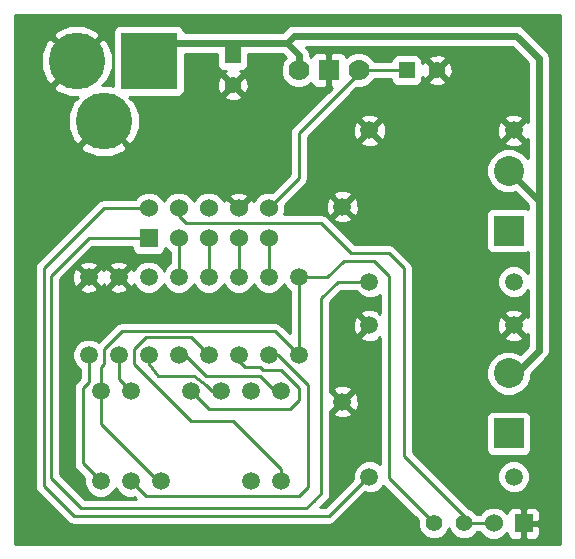
<source format=gbl>
G04 (created by PCBNEW (2013-may-18)-stable) date jeu 02 jun 2016 15:56:37 CEST*
%MOIN*%
G04 Gerber Fmt 3.4, Leading zero omitted, Abs format*
%FSLAX34Y34*%
G01*
G70*
G90*
G04 APERTURE LIST*
%ADD10C,0.00590551*%
%ADD11C,0.0590551*%
%ADD12C,0.055*%
%ADD13R,0.06X0.06*%
%ADD14C,0.06*%
%ADD15C,0.07*%
%ADD16R,0.07X0.07*%
%ADD17C,0.189*%
%ADD18R,0.189X0.189*%
%ADD19R,0.055X0.055*%
%ADD20R,0.1X0.1*%
%ADD21C,0.1*%
%ADD22C,0.023622*%
%ADD23C,0.01*%
G04 APERTURE END LIST*
G54D10*
G54D11*
X25952Y-17448D03*
X31661Y-19948D03*
X26858Y-19948D03*
X26858Y-14909D03*
X31661Y-14909D03*
X25952Y-23948D03*
X31661Y-26448D03*
X26858Y-26448D03*
X26858Y-21409D03*
X31661Y-21409D03*
X22900Y-26600D03*
X23900Y-26600D03*
X19900Y-26600D03*
X18900Y-26600D03*
X17900Y-26600D03*
X17900Y-23600D03*
X18900Y-23600D03*
X20900Y-23600D03*
X21900Y-23600D03*
X22900Y-23600D03*
X23900Y-23600D03*
G54D12*
X29000Y-28000D03*
X30000Y-28000D03*
G54D13*
X19500Y-18500D03*
G54D14*
X19500Y-17500D03*
X20500Y-18500D03*
X20500Y-17500D03*
X21500Y-18500D03*
X21500Y-17500D03*
X22500Y-18500D03*
X22500Y-17500D03*
X23500Y-18500D03*
X23500Y-17500D03*
G54D13*
X32000Y-28000D03*
G54D14*
X31000Y-28000D03*
G54D15*
X24500Y-12900D03*
G54D16*
X25500Y-12900D03*
G54D15*
X26500Y-12900D03*
G54D17*
X17100Y-12600D03*
G54D18*
X19500Y-12600D03*
G54D17*
X18000Y-14600D03*
G54D19*
X22300Y-12400D03*
G54D12*
X22300Y-13400D03*
G54D19*
X28100Y-12900D03*
G54D12*
X29100Y-12900D03*
G54D20*
X31500Y-18250D03*
G54D21*
X31500Y-16250D03*
G54D20*
X31500Y-25000D03*
G54D21*
X31500Y-23000D03*
G54D11*
X24500Y-19800D03*
X23500Y-19800D03*
X22500Y-19800D03*
X21500Y-19800D03*
X20500Y-19800D03*
X18500Y-19800D03*
X17500Y-19800D03*
X17500Y-22400D03*
X18500Y-22400D03*
X19500Y-22400D03*
X20500Y-22400D03*
X21500Y-22400D03*
X22500Y-22400D03*
X23500Y-22400D03*
X24500Y-22400D03*
X19500Y-19800D03*
G54D22*
X32500Y-13750D02*
X32500Y-12500D01*
X32500Y-17250D02*
X32500Y-13750D01*
X24350Y-11750D02*
X24100Y-12000D01*
X31750Y-11750D02*
X24350Y-11750D01*
X32500Y-12500D02*
X31750Y-11750D01*
X31500Y-23000D02*
X31750Y-23000D01*
X32500Y-17250D02*
X31500Y-16250D01*
X32500Y-22250D02*
X32500Y-17250D01*
X31750Y-23000D02*
X32500Y-22250D01*
X24500Y-12900D02*
X24500Y-12400D01*
X24500Y-12400D02*
X24100Y-12000D01*
X22300Y-12400D02*
X22300Y-12000D01*
X22300Y-12000D02*
X24100Y-12000D01*
X22300Y-12000D02*
X20100Y-12000D01*
X20100Y-12000D02*
X19500Y-12600D01*
G54D23*
X26500Y-12900D02*
X26500Y-13000D01*
X26500Y-13000D02*
X24500Y-15000D01*
X24500Y-15000D02*
X24500Y-16500D01*
X24500Y-16500D02*
X23500Y-17500D01*
X24500Y-22400D02*
X24500Y-19800D01*
X27500Y-26500D02*
X29000Y-28000D01*
X24500Y-19800D02*
X25450Y-19800D01*
X25450Y-19800D02*
X26000Y-19250D01*
X26000Y-19250D02*
X27000Y-19250D01*
X27000Y-19250D02*
X27500Y-19750D01*
X27500Y-19750D02*
X27500Y-26500D01*
X26500Y-12900D02*
X28100Y-12900D01*
X17900Y-23600D02*
X17900Y-24700D01*
X19800Y-26600D02*
X19900Y-26600D01*
X17900Y-24700D02*
X19800Y-26600D01*
X17900Y-23600D02*
X17900Y-22800D01*
X17900Y-22800D02*
X18000Y-22700D01*
X18000Y-22700D02*
X18000Y-22200D01*
X18000Y-22200D02*
X18600Y-21600D01*
X18600Y-21600D02*
X23700Y-21600D01*
X23700Y-21600D02*
X24500Y-22400D01*
X20500Y-19800D02*
X20500Y-18500D01*
X22500Y-18500D02*
X22500Y-19800D01*
X23500Y-19800D02*
X23500Y-18500D01*
X21500Y-19800D02*
X21500Y-18500D01*
X19500Y-18500D02*
X17500Y-18500D01*
X25801Y-19948D02*
X26858Y-19948D01*
X25250Y-20500D02*
X25801Y-19948D01*
X25250Y-27000D02*
X25250Y-20500D01*
X25000Y-27250D02*
X25250Y-27000D01*
X24750Y-27500D02*
X25000Y-27250D01*
X17250Y-27500D02*
X24750Y-27500D01*
X16250Y-26500D02*
X17250Y-27500D01*
X16250Y-19750D02*
X16250Y-26500D01*
X17500Y-18500D02*
X16250Y-19750D01*
X18000Y-17500D02*
X19500Y-17500D01*
X16000Y-19500D02*
X18000Y-17500D01*
X16000Y-26750D02*
X16000Y-19500D01*
X17000Y-27750D02*
X16000Y-26750D01*
X25500Y-27750D02*
X17000Y-27750D01*
X26801Y-26448D02*
X25500Y-27750D01*
X26858Y-26448D02*
X26801Y-26448D01*
X22500Y-22400D02*
X22500Y-22600D01*
X21500Y-24200D02*
X20900Y-23600D01*
X24200Y-24200D02*
X21500Y-24200D01*
X24500Y-23900D02*
X24200Y-24200D01*
X24500Y-23500D02*
X24500Y-23900D01*
X23900Y-22900D02*
X24500Y-23500D01*
X23300Y-22900D02*
X23900Y-22900D01*
X23200Y-22800D02*
X23300Y-22900D01*
X22700Y-22800D02*
X23200Y-22800D01*
X22500Y-22600D02*
X22700Y-22800D01*
X23500Y-22400D02*
X23800Y-22400D01*
X19400Y-27100D02*
X18900Y-26600D01*
X24500Y-27100D02*
X19400Y-27100D01*
X24800Y-26800D02*
X24500Y-27100D01*
X24800Y-23400D02*
X24800Y-26800D01*
X24700Y-23300D02*
X24800Y-23400D01*
X23800Y-22400D02*
X24700Y-23300D01*
X23900Y-26600D02*
X23900Y-26200D01*
X20900Y-21800D02*
X21500Y-22400D01*
X19400Y-21800D02*
X20900Y-21800D01*
X19000Y-22200D02*
X19400Y-21800D01*
X19000Y-22700D02*
X19000Y-22200D01*
X20900Y-24600D02*
X19000Y-22700D01*
X22300Y-24600D02*
X20900Y-24600D01*
X23900Y-26200D02*
X22300Y-24600D01*
X20700Y-22400D02*
X20500Y-22400D01*
X21400Y-23100D02*
X20700Y-22400D01*
X23200Y-23100D02*
X21400Y-23100D01*
X23700Y-23600D02*
X23200Y-23100D01*
X23900Y-23600D02*
X23700Y-23600D01*
X21900Y-23600D02*
X21600Y-23600D01*
X19500Y-22700D02*
X19500Y-22400D01*
X19800Y-23100D02*
X19500Y-22700D01*
X21000Y-23100D02*
X19800Y-23100D01*
X21400Y-23400D02*
X21000Y-23100D01*
X21500Y-23500D02*
X21400Y-23400D01*
X21600Y-23600D02*
X21500Y-23500D01*
X18500Y-22400D02*
X18500Y-23200D01*
X18500Y-23200D02*
X18900Y-23600D01*
X17500Y-22400D02*
X17500Y-23300D01*
X17300Y-26000D02*
X17900Y-26600D01*
X17300Y-23500D02*
X17300Y-26000D01*
X17500Y-23300D02*
X17300Y-23500D01*
X20500Y-17500D02*
X20500Y-17750D01*
X30000Y-27750D02*
X30000Y-28000D01*
X28000Y-25750D02*
X30000Y-27750D01*
X28000Y-19500D02*
X28000Y-25750D01*
X27500Y-19000D02*
X28000Y-19500D01*
X26250Y-19000D02*
X27500Y-19000D01*
X25250Y-18000D02*
X26250Y-19000D01*
X20750Y-18000D02*
X25250Y-18000D01*
X20500Y-17750D02*
X20750Y-18000D01*
X31000Y-28000D02*
X30000Y-28000D01*
G54D10*
G36*
X24200Y-21675D02*
X23912Y-21387D01*
X23814Y-21322D01*
X23700Y-21300D01*
X18811Y-21300D01*
X18811Y-20182D01*
X18500Y-19870D01*
X18429Y-19941D01*
X18429Y-19800D01*
X18117Y-19488D01*
X18022Y-19514D01*
X18001Y-19573D01*
X17977Y-19514D01*
X17882Y-19488D01*
X17811Y-19558D01*
X17811Y-19417D01*
X17785Y-19322D01*
X17580Y-19249D01*
X17363Y-19260D01*
X17214Y-19322D01*
X17188Y-19417D01*
X17500Y-19729D01*
X17811Y-19417D01*
X17811Y-19558D01*
X17570Y-19800D01*
X17882Y-20111D01*
X17977Y-20085D01*
X17998Y-20026D01*
X18022Y-20085D01*
X18117Y-20111D01*
X18429Y-19800D01*
X18429Y-19941D01*
X18188Y-20182D01*
X18214Y-20277D01*
X18419Y-20350D01*
X18636Y-20339D01*
X18785Y-20277D01*
X18811Y-20182D01*
X18811Y-21300D01*
X18600Y-21300D01*
X18485Y-21322D01*
X18387Y-21387D01*
X17823Y-21952D01*
X17811Y-21940D01*
X17811Y-20182D01*
X17500Y-19870D01*
X17429Y-19941D01*
X17429Y-19800D01*
X17117Y-19488D01*
X17022Y-19514D01*
X16949Y-19719D01*
X16960Y-19936D01*
X17022Y-20085D01*
X17117Y-20111D01*
X17429Y-19800D01*
X17429Y-19941D01*
X17188Y-20182D01*
X17214Y-20277D01*
X17419Y-20350D01*
X17636Y-20339D01*
X17785Y-20277D01*
X17811Y-20182D01*
X17811Y-21940D01*
X17809Y-21938D01*
X17608Y-21854D01*
X17392Y-21854D01*
X17191Y-21937D01*
X17038Y-22090D01*
X16954Y-22291D01*
X16954Y-22507D01*
X17037Y-22708D01*
X17190Y-22861D01*
X17200Y-22865D01*
X17200Y-23175D01*
X17087Y-23287D01*
X17022Y-23385D01*
X17000Y-23500D01*
X17000Y-26000D01*
X17022Y-26114D01*
X17087Y-26212D01*
X17358Y-26482D01*
X17354Y-26491D01*
X17354Y-26707D01*
X17437Y-26908D01*
X17590Y-27061D01*
X17791Y-27145D01*
X18007Y-27145D01*
X18208Y-27062D01*
X18361Y-26909D01*
X18399Y-26817D01*
X18437Y-26908D01*
X18590Y-27061D01*
X18791Y-27145D01*
X19007Y-27145D01*
X19017Y-27141D01*
X19075Y-27200D01*
X17374Y-27200D01*
X16550Y-26375D01*
X16550Y-19874D01*
X17624Y-18800D01*
X18949Y-18800D01*
X18949Y-18849D01*
X18987Y-18941D01*
X19058Y-19011D01*
X19150Y-19049D01*
X19249Y-19050D01*
X19849Y-19050D01*
X19941Y-19012D01*
X20011Y-18941D01*
X20049Y-18849D01*
X20049Y-18827D01*
X20188Y-18965D01*
X20200Y-18970D01*
X20200Y-19333D01*
X20191Y-19337D01*
X20038Y-19490D01*
X20000Y-19582D01*
X19962Y-19491D01*
X19809Y-19338D01*
X19608Y-19254D01*
X19392Y-19254D01*
X19191Y-19337D01*
X19038Y-19490D01*
X19002Y-19575D01*
X18977Y-19514D01*
X18882Y-19488D01*
X18811Y-19558D01*
X18811Y-19417D01*
X18785Y-19322D01*
X18580Y-19249D01*
X18363Y-19260D01*
X18214Y-19322D01*
X18188Y-19417D01*
X18500Y-19729D01*
X18811Y-19417D01*
X18811Y-19558D01*
X18570Y-19800D01*
X18882Y-20111D01*
X18977Y-20085D01*
X19000Y-20019D01*
X19037Y-20108D01*
X19190Y-20261D01*
X19391Y-20345D01*
X19607Y-20345D01*
X19808Y-20262D01*
X19961Y-20109D01*
X19999Y-20017D01*
X20037Y-20108D01*
X20190Y-20261D01*
X20391Y-20345D01*
X20607Y-20345D01*
X20808Y-20262D01*
X20961Y-20109D01*
X20999Y-20017D01*
X21037Y-20108D01*
X21190Y-20261D01*
X21391Y-20345D01*
X21607Y-20345D01*
X21808Y-20262D01*
X21961Y-20109D01*
X21999Y-20017D01*
X22037Y-20108D01*
X22190Y-20261D01*
X22391Y-20345D01*
X22607Y-20345D01*
X22808Y-20262D01*
X22961Y-20109D01*
X22999Y-20017D01*
X23037Y-20108D01*
X23190Y-20261D01*
X23391Y-20345D01*
X23607Y-20345D01*
X23808Y-20262D01*
X23961Y-20109D01*
X23999Y-20017D01*
X24037Y-20108D01*
X24190Y-20261D01*
X24200Y-20265D01*
X24200Y-21675D01*
X24200Y-21675D01*
G37*
G54D23*
X24200Y-21675D02*
X23912Y-21387D01*
X23814Y-21322D01*
X23700Y-21300D01*
X18811Y-21300D01*
X18811Y-20182D01*
X18500Y-19870D01*
X18429Y-19941D01*
X18429Y-19800D01*
X18117Y-19488D01*
X18022Y-19514D01*
X18001Y-19573D01*
X17977Y-19514D01*
X17882Y-19488D01*
X17811Y-19558D01*
X17811Y-19417D01*
X17785Y-19322D01*
X17580Y-19249D01*
X17363Y-19260D01*
X17214Y-19322D01*
X17188Y-19417D01*
X17500Y-19729D01*
X17811Y-19417D01*
X17811Y-19558D01*
X17570Y-19800D01*
X17882Y-20111D01*
X17977Y-20085D01*
X17998Y-20026D01*
X18022Y-20085D01*
X18117Y-20111D01*
X18429Y-19800D01*
X18429Y-19941D01*
X18188Y-20182D01*
X18214Y-20277D01*
X18419Y-20350D01*
X18636Y-20339D01*
X18785Y-20277D01*
X18811Y-20182D01*
X18811Y-21300D01*
X18600Y-21300D01*
X18485Y-21322D01*
X18387Y-21387D01*
X17823Y-21952D01*
X17811Y-21940D01*
X17811Y-20182D01*
X17500Y-19870D01*
X17429Y-19941D01*
X17429Y-19800D01*
X17117Y-19488D01*
X17022Y-19514D01*
X16949Y-19719D01*
X16960Y-19936D01*
X17022Y-20085D01*
X17117Y-20111D01*
X17429Y-19800D01*
X17429Y-19941D01*
X17188Y-20182D01*
X17214Y-20277D01*
X17419Y-20350D01*
X17636Y-20339D01*
X17785Y-20277D01*
X17811Y-20182D01*
X17811Y-21940D01*
X17809Y-21938D01*
X17608Y-21854D01*
X17392Y-21854D01*
X17191Y-21937D01*
X17038Y-22090D01*
X16954Y-22291D01*
X16954Y-22507D01*
X17037Y-22708D01*
X17190Y-22861D01*
X17200Y-22865D01*
X17200Y-23175D01*
X17087Y-23287D01*
X17022Y-23385D01*
X17000Y-23500D01*
X17000Y-26000D01*
X17022Y-26114D01*
X17087Y-26212D01*
X17358Y-26482D01*
X17354Y-26491D01*
X17354Y-26707D01*
X17437Y-26908D01*
X17590Y-27061D01*
X17791Y-27145D01*
X18007Y-27145D01*
X18208Y-27062D01*
X18361Y-26909D01*
X18399Y-26817D01*
X18437Y-26908D01*
X18590Y-27061D01*
X18791Y-27145D01*
X19007Y-27145D01*
X19017Y-27141D01*
X19075Y-27200D01*
X17374Y-27200D01*
X16550Y-26375D01*
X16550Y-19874D01*
X17624Y-18800D01*
X18949Y-18800D01*
X18949Y-18849D01*
X18987Y-18941D01*
X19058Y-19011D01*
X19150Y-19049D01*
X19249Y-19050D01*
X19849Y-19050D01*
X19941Y-19012D01*
X20011Y-18941D01*
X20049Y-18849D01*
X20049Y-18827D01*
X20188Y-18965D01*
X20200Y-18970D01*
X20200Y-19333D01*
X20191Y-19337D01*
X20038Y-19490D01*
X20000Y-19582D01*
X19962Y-19491D01*
X19809Y-19338D01*
X19608Y-19254D01*
X19392Y-19254D01*
X19191Y-19337D01*
X19038Y-19490D01*
X19002Y-19575D01*
X18977Y-19514D01*
X18882Y-19488D01*
X18811Y-19558D01*
X18811Y-19417D01*
X18785Y-19322D01*
X18580Y-19249D01*
X18363Y-19260D01*
X18214Y-19322D01*
X18188Y-19417D01*
X18500Y-19729D01*
X18811Y-19417D01*
X18811Y-19558D01*
X18570Y-19800D01*
X18882Y-20111D01*
X18977Y-20085D01*
X19000Y-20019D01*
X19037Y-20108D01*
X19190Y-20261D01*
X19391Y-20345D01*
X19607Y-20345D01*
X19808Y-20262D01*
X19961Y-20109D01*
X19999Y-20017D01*
X20037Y-20108D01*
X20190Y-20261D01*
X20391Y-20345D01*
X20607Y-20345D01*
X20808Y-20262D01*
X20961Y-20109D01*
X20999Y-20017D01*
X21037Y-20108D01*
X21190Y-20261D01*
X21391Y-20345D01*
X21607Y-20345D01*
X21808Y-20262D01*
X21961Y-20109D01*
X21999Y-20017D01*
X22037Y-20108D01*
X22190Y-20261D01*
X22391Y-20345D01*
X22607Y-20345D01*
X22808Y-20262D01*
X22961Y-20109D01*
X22999Y-20017D01*
X23037Y-20108D01*
X23190Y-20261D01*
X23391Y-20345D01*
X23607Y-20345D01*
X23808Y-20262D01*
X23961Y-20109D01*
X23999Y-20017D01*
X24037Y-20108D01*
X24190Y-20261D01*
X24200Y-20265D01*
X24200Y-21675D01*
G54D10*
G36*
X27200Y-26019D02*
X27170Y-25989D01*
X27167Y-25986D01*
X26967Y-25903D01*
X26750Y-25903D01*
X26549Y-25986D01*
X26502Y-26033D01*
X26502Y-24029D01*
X26491Y-23812D01*
X26430Y-23663D01*
X26335Y-23637D01*
X26264Y-23707D01*
X26264Y-23566D01*
X26237Y-23471D01*
X26033Y-23398D01*
X25816Y-23409D01*
X25667Y-23471D01*
X25640Y-23566D01*
X25952Y-23878D01*
X26264Y-23566D01*
X26264Y-23707D01*
X26023Y-23948D01*
X26335Y-24260D01*
X26430Y-24233D01*
X26502Y-24029D01*
X26502Y-26033D01*
X26396Y-26139D01*
X26313Y-26339D01*
X26312Y-26512D01*
X26264Y-26561D01*
X26264Y-24331D01*
X25952Y-24019D01*
X25640Y-24331D01*
X25667Y-24426D01*
X25872Y-24498D01*
X26088Y-24487D01*
X26237Y-24426D01*
X26264Y-24331D01*
X26264Y-26561D01*
X25375Y-27450D01*
X25224Y-27450D01*
X25462Y-27212D01*
X25462Y-27212D01*
X25527Y-27114D01*
X25549Y-27000D01*
X25550Y-27000D01*
X25550Y-24254D01*
X25570Y-24260D01*
X25882Y-23948D01*
X25570Y-23637D01*
X25550Y-23642D01*
X25550Y-20624D01*
X25925Y-20248D01*
X26392Y-20248D01*
X26395Y-20257D01*
X26548Y-20410D01*
X26749Y-20493D01*
X26966Y-20494D01*
X27166Y-20411D01*
X27200Y-20378D01*
X27200Y-20997D01*
X27170Y-21026D01*
X27143Y-20932D01*
X26938Y-20859D01*
X26722Y-20870D01*
X26573Y-20932D01*
X26546Y-21026D01*
X26858Y-21338D01*
X26863Y-21333D01*
X26934Y-21403D01*
X26928Y-21409D01*
X26934Y-21415D01*
X26863Y-21485D01*
X26858Y-21480D01*
X26787Y-21550D01*
X26787Y-21409D01*
X26475Y-21097D01*
X26380Y-21124D01*
X26308Y-21328D01*
X26319Y-21545D01*
X26380Y-21694D01*
X26475Y-21721D01*
X26787Y-21409D01*
X26787Y-21550D01*
X26546Y-21791D01*
X26573Y-21886D01*
X26777Y-21959D01*
X26994Y-21948D01*
X27143Y-21886D01*
X27170Y-21791D01*
X27170Y-21791D01*
X27200Y-21821D01*
X27200Y-26019D01*
X27200Y-26019D01*
G37*
G54D23*
X27200Y-26019D02*
X27170Y-25989D01*
X27167Y-25986D01*
X26967Y-25903D01*
X26750Y-25903D01*
X26549Y-25986D01*
X26502Y-26033D01*
X26502Y-24029D01*
X26491Y-23812D01*
X26430Y-23663D01*
X26335Y-23637D01*
X26264Y-23707D01*
X26264Y-23566D01*
X26237Y-23471D01*
X26033Y-23398D01*
X25816Y-23409D01*
X25667Y-23471D01*
X25640Y-23566D01*
X25952Y-23878D01*
X26264Y-23566D01*
X26264Y-23707D01*
X26023Y-23948D01*
X26335Y-24260D01*
X26430Y-24233D01*
X26502Y-24029D01*
X26502Y-26033D01*
X26396Y-26139D01*
X26313Y-26339D01*
X26312Y-26512D01*
X26264Y-26561D01*
X26264Y-24331D01*
X25952Y-24019D01*
X25640Y-24331D01*
X25667Y-24426D01*
X25872Y-24498D01*
X26088Y-24487D01*
X26237Y-24426D01*
X26264Y-24331D01*
X26264Y-26561D01*
X25375Y-27450D01*
X25224Y-27450D01*
X25462Y-27212D01*
X25462Y-27212D01*
X25527Y-27114D01*
X25549Y-27000D01*
X25550Y-27000D01*
X25550Y-24254D01*
X25570Y-24260D01*
X25882Y-23948D01*
X25570Y-23637D01*
X25550Y-23642D01*
X25550Y-20624D01*
X25925Y-20248D01*
X26392Y-20248D01*
X26395Y-20257D01*
X26548Y-20410D01*
X26749Y-20493D01*
X26966Y-20494D01*
X27166Y-20411D01*
X27200Y-20378D01*
X27200Y-20997D01*
X27170Y-21026D01*
X27143Y-20932D01*
X26938Y-20859D01*
X26722Y-20870D01*
X26573Y-20932D01*
X26546Y-21026D01*
X26858Y-21338D01*
X26863Y-21333D01*
X26934Y-21403D01*
X26928Y-21409D01*
X26934Y-21415D01*
X26863Y-21485D01*
X26858Y-21480D01*
X26787Y-21550D01*
X26787Y-21409D01*
X26475Y-21097D01*
X26380Y-21124D01*
X26308Y-21328D01*
X26319Y-21545D01*
X26380Y-21694D01*
X26475Y-21721D01*
X26787Y-21409D01*
X26787Y-21550D01*
X26546Y-21791D01*
X26573Y-21886D01*
X26777Y-21959D01*
X26994Y-21948D01*
X27143Y-21886D01*
X27170Y-21791D01*
X27170Y-21791D01*
X27200Y-21821D01*
X27200Y-26019D01*
G54D10*
G36*
X33200Y-28700D02*
X32868Y-28700D01*
X32868Y-22250D01*
X32868Y-22250D01*
X32868Y-22250D01*
X32868Y-17250D01*
X32868Y-13750D01*
X32868Y-12500D01*
X32868Y-12499D01*
X32868Y-12499D01*
X32840Y-12359D01*
X32760Y-12239D01*
X32760Y-12239D01*
X32010Y-11489D01*
X31890Y-11409D01*
X31750Y-11381D01*
X24350Y-11381D01*
X24209Y-11409D01*
X24089Y-11489D01*
X24089Y-11489D01*
X23947Y-11631D01*
X22300Y-11631D01*
X20695Y-11631D01*
X20695Y-11605D01*
X20657Y-11513D01*
X20586Y-11443D01*
X20494Y-11405D01*
X20395Y-11404D01*
X18505Y-11404D01*
X18413Y-11442D01*
X18343Y-11513D01*
X18305Y-11605D01*
X18304Y-11704D01*
X18304Y-13433D01*
X18295Y-13429D01*
X18235Y-13404D01*
X17975Y-13405D01*
X17951Y-13381D01*
X18114Y-13275D01*
X18295Y-12835D01*
X18294Y-12360D01*
X18114Y-11924D01*
X17951Y-11818D01*
X17881Y-11889D01*
X17881Y-11748D01*
X17775Y-11585D01*
X17335Y-11404D01*
X16860Y-11405D01*
X16424Y-11585D01*
X16318Y-11748D01*
X17100Y-12529D01*
X17881Y-11748D01*
X17881Y-11889D01*
X17170Y-12600D01*
X17176Y-12605D01*
X17105Y-12676D01*
X17100Y-12670D01*
X17029Y-12741D01*
X17029Y-12600D01*
X16248Y-11818D01*
X16085Y-11924D01*
X15904Y-12364D01*
X15905Y-12839D01*
X16085Y-13275D01*
X16248Y-13381D01*
X17029Y-12600D01*
X17029Y-12741D01*
X16318Y-13451D01*
X16424Y-13614D01*
X16864Y-13795D01*
X17124Y-13794D01*
X17148Y-13818D01*
X16985Y-13924D01*
X16804Y-14364D01*
X16805Y-14839D01*
X16985Y-15275D01*
X17148Y-15381D01*
X17929Y-14600D01*
X17923Y-14594D01*
X17994Y-14523D01*
X18000Y-14529D01*
X18005Y-14523D01*
X18076Y-14594D01*
X18070Y-14600D01*
X18851Y-15381D01*
X19014Y-15275D01*
X19195Y-14835D01*
X19194Y-14360D01*
X19014Y-13924D01*
X18851Y-13818D01*
X18875Y-13795D01*
X20494Y-13795D01*
X20586Y-13757D01*
X20656Y-13686D01*
X20694Y-13594D01*
X20695Y-13495D01*
X20695Y-12368D01*
X21774Y-12368D01*
X21774Y-12724D01*
X21812Y-12816D01*
X21883Y-12886D01*
X21975Y-12924D01*
X22062Y-12925D01*
X22027Y-12939D01*
X22002Y-13032D01*
X22300Y-13329D01*
X22597Y-13032D01*
X22572Y-12939D01*
X22531Y-12925D01*
X22624Y-12925D01*
X22716Y-12887D01*
X22786Y-12816D01*
X22824Y-12724D01*
X22825Y-12625D01*
X22825Y-12368D01*
X23947Y-12368D01*
X24065Y-12486D01*
X23991Y-12559D01*
X23900Y-12780D01*
X23899Y-13018D01*
X23991Y-13239D01*
X24159Y-13408D01*
X24380Y-13499D01*
X24618Y-13500D01*
X24839Y-13408D01*
X24914Y-13334D01*
X24937Y-13391D01*
X25008Y-13461D01*
X25100Y-13499D01*
X25199Y-13500D01*
X25387Y-13500D01*
X25450Y-13437D01*
X25450Y-12950D01*
X25442Y-12950D01*
X25442Y-12850D01*
X25450Y-12850D01*
X25450Y-12362D01*
X25387Y-12300D01*
X25199Y-12299D01*
X25100Y-12300D01*
X25008Y-12338D01*
X24937Y-12408D01*
X24914Y-12465D01*
X24868Y-12419D01*
X24868Y-12400D01*
X24868Y-12399D01*
X24868Y-12399D01*
X24863Y-12376D01*
X24840Y-12259D01*
X24760Y-12139D01*
X24760Y-12139D01*
X24738Y-12118D01*
X31597Y-12118D01*
X32131Y-12652D01*
X32131Y-13750D01*
X32131Y-14622D01*
X32043Y-14597D01*
X31973Y-14668D01*
X31973Y-14526D01*
X31946Y-14432D01*
X31742Y-14359D01*
X31525Y-14370D01*
X31376Y-14432D01*
X31349Y-14526D01*
X31661Y-14838D01*
X31973Y-14526D01*
X31973Y-14668D01*
X31732Y-14909D01*
X32043Y-15221D01*
X32131Y-15196D01*
X32131Y-15821D01*
X31973Y-15662D01*
X31973Y-15291D01*
X31661Y-14980D01*
X31590Y-15050D01*
X31590Y-14909D01*
X31278Y-14597D01*
X31184Y-14624D01*
X31111Y-14828D01*
X31122Y-15045D01*
X31184Y-15194D01*
X31278Y-15221D01*
X31590Y-14909D01*
X31590Y-15050D01*
X31349Y-15291D01*
X31376Y-15386D01*
X31580Y-15459D01*
X31797Y-15448D01*
X31946Y-15386D01*
X31973Y-15291D01*
X31973Y-15662D01*
X31925Y-15614D01*
X31649Y-15500D01*
X31351Y-15499D01*
X31075Y-15613D01*
X30864Y-15824D01*
X30750Y-16100D01*
X30749Y-16398D01*
X30863Y-16674D01*
X31074Y-16885D01*
X31350Y-16999D01*
X31648Y-17000D01*
X31705Y-16976D01*
X32131Y-17402D01*
X32131Y-17534D01*
X32049Y-17500D01*
X31950Y-17499D01*
X30950Y-17499D01*
X30858Y-17537D01*
X30788Y-17608D01*
X30750Y-17700D01*
X30749Y-17799D01*
X30749Y-18799D01*
X30787Y-18891D01*
X30858Y-18961D01*
X30950Y-18999D01*
X31049Y-19000D01*
X32049Y-19000D01*
X32131Y-18966D01*
X32131Y-19659D01*
X32123Y-19640D01*
X31970Y-19486D01*
X31770Y-19403D01*
X31553Y-19403D01*
X31352Y-19486D01*
X31199Y-19639D01*
X31116Y-19839D01*
X31116Y-20056D01*
X31198Y-20257D01*
X31352Y-20410D01*
X31552Y-20493D01*
X31769Y-20494D01*
X31969Y-20411D01*
X32123Y-20258D01*
X32131Y-20237D01*
X32131Y-21122D01*
X32043Y-21097D01*
X31973Y-21168D01*
X31973Y-21026D01*
X31946Y-20932D01*
X31742Y-20859D01*
X31525Y-20870D01*
X31376Y-20932D01*
X31349Y-21026D01*
X31661Y-21338D01*
X31973Y-21026D01*
X31973Y-21168D01*
X31732Y-21409D01*
X32043Y-21721D01*
X32131Y-21696D01*
X32131Y-22097D01*
X31973Y-22256D01*
X31973Y-21791D01*
X31661Y-21480D01*
X31590Y-21550D01*
X31590Y-21409D01*
X31278Y-21097D01*
X31184Y-21124D01*
X31111Y-21328D01*
X31122Y-21545D01*
X31184Y-21694D01*
X31278Y-21721D01*
X31590Y-21409D01*
X31590Y-21550D01*
X31349Y-21791D01*
X31376Y-21886D01*
X31580Y-21959D01*
X31797Y-21948D01*
X31946Y-21886D01*
X31973Y-21791D01*
X31973Y-22256D01*
X31882Y-22346D01*
X31649Y-22250D01*
X31351Y-22249D01*
X31075Y-22363D01*
X30864Y-22574D01*
X30750Y-22850D01*
X30749Y-23148D01*
X30863Y-23424D01*
X31074Y-23635D01*
X31350Y-23749D01*
X31648Y-23750D01*
X31924Y-23636D01*
X32135Y-23425D01*
X32249Y-23149D01*
X32249Y-23020D01*
X32760Y-22510D01*
X32760Y-22510D01*
X32760Y-22510D01*
X32840Y-22390D01*
X32868Y-22250D01*
X32868Y-28700D01*
X32550Y-28700D01*
X32550Y-28250D01*
X32550Y-27749D01*
X32549Y-27650D01*
X32511Y-27558D01*
X32441Y-27487D01*
X32349Y-27449D01*
X32250Y-27449D01*
X32250Y-25450D01*
X32250Y-24450D01*
X32212Y-24358D01*
X32141Y-24288D01*
X32049Y-24250D01*
X31950Y-24249D01*
X30950Y-24249D01*
X30858Y-24287D01*
X30788Y-24358D01*
X30750Y-24450D01*
X30749Y-24549D01*
X30749Y-25549D01*
X30787Y-25641D01*
X30858Y-25711D01*
X30950Y-25749D01*
X31049Y-25750D01*
X32049Y-25750D01*
X32141Y-25712D01*
X32211Y-25641D01*
X32249Y-25549D01*
X32250Y-25450D01*
X32250Y-27449D01*
X32206Y-27449D01*
X32206Y-26340D01*
X32123Y-26140D01*
X31970Y-25986D01*
X31770Y-25903D01*
X31553Y-25903D01*
X31352Y-25986D01*
X31199Y-26139D01*
X31116Y-26339D01*
X31116Y-26556D01*
X31198Y-26757D01*
X31352Y-26910D01*
X31552Y-26993D01*
X31769Y-26994D01*
X31969Y-26911D01*
X32123Y-26758D01*
X32206Y-26557D01*
X32206Y-26340D01*
X32206Y-27449D01*
X32112Y-27450D01*
X32050Y-27512D01*
X32050Y-27950D01*
X32487Y-27950D01*
X32550Y-27887D01*
X32550Y-27749D01*
X32550Y-28250D01*
X32550Y-28112D01*
X32487Y-28050D01*
X32050Y-28050D01*
X32050Y-28487D01*
X32112Y-28550D01*
X32349Y-28550D01*
X32441Y-28512D01*
X32511Y-28441D01*
X32549Y-28349D01*
X32550Y-28250D01*
X32550Y-28700D01*
X31950Y-28700D01*
X31950Y-28487D01*
X31950Y-28050D01*
X31942Y-28050D01*
X31942Y-27950D01*
X31950Y-27950D01*
X31950Y-27512D01*
X31887Y-27450D01*
X31650Y-27449D01*
X31558Y-27487D01*
X31488Y-27558D01*
X31450Y-27650D01*
X31450Y-27672D01*
X31311Y-27534D01*
X31109Y-27450D01*
X30891Y-27449D01*
X30688Y-27533D01*
X30534Y-27688D01*
X30529Y-27700D01*
X30442Y-27700D01*
X30297Y-27555D01*
X30180Y-27506D01*
X29629Y-26955D01*
X29629Y-12975D01*
X29618Y-12767D01*
X29560Y-12627D01*
X29467Y-12602D01*
X29397Y-12673D01*
X29397Y-12532D01*
X29372Y-12439D01*
X29175Y-12370D01*
X28967Y-12381D01*
X28827Y-12439D01*
X28802Y-12532D01*
X29100Y-12829D01*
X29397Y-12532D01*
X29397Y-12673D01*
X29170Y-12900D01*
X29467Y-13197D01*
X29560Y-13172D01*
X29629Y-12975D01*
X29629Y-26955D01*
X29397Y-26722D01*
X29397Y-13267D01*
X29100Y-12970D01*
X28802Y-13267D01*
X28827Y-13360D01*
X29024Y-13429D01*
X29232Y-13418D01*
X29372Y-13360D01*
X29397Y-13267D01*
X29397Y-26722D01*
X28300Y-25625D01*
X28300Y-19500D01*
X28277Y-19385D01*
X28212Y-19287D01*
X28212Y-19287D01*
X27712Y-18787D01*
X27614Y-18722D01*
X27500Y-18700D01*
X27408Y-18700D01*
X27408Y-14990D01*
X27397Y-14773D01*
X27335Y-14624D01*
X27240Y-14597D01*
X27170Y-14668D01*
X27170Y-14526D01*
X27143Y-14432D01*
X26938Y-14359D01*
X26722Y-14370D01*
X26573Y-14432D01*
X26546Y-14526D01*
X26858Y-14838D01*
X27170Y-14526D01*
X27170Y-14668D01*
X26928Y-14909D01*
X27240Y-15221D01*
X27335Y-15194D01*
X27408Y-14990D01*
X27408Y-18700D01*
X27170Y-18700D01*
X27170Y-15291D01*
X26858Y-14980D01*
X26787Y-15050D01*
X26787Y-14909D01*
X26475Y-14597D01*
X26380Y-14624D01*
X26308Y-14828D01*
X26319Y-15045D01*
X26380Y-15194D01*
X26475Y-15221D01*
X26787Y-14909D01*
X26787Y-15050D01*
X26546Y-15291D01*
X26573Y-15386D01*
X26777Y-15459D01*
X26994Y-15448D01*
X27143Y-15386D01*
X27170Y-15291D01*
X27170Y-18700D01*
X26502Y-18700D01*
X26502Y-17529D01*
X26491Y-17312D01*
X26430Y-17163D01*
X26335Y-17137D01*
X26264Y-17207D01*
X26264Y-17066D01*
X26237Y-16971D01*
X26033Y-16898D01*
X25816Y-16909D01*
X25667Y-16971D01*
X25640Y-17066D01*
X25952Y-17378D01*
X26264Y-17066D01*
X26264Y-17207D01*
X26023Y-17448D01*
X26335Y-17760D01*
X26430Y-17733D01*
X26502Y-17529D01*
X26502Y-18700D01*
X26374Y-18700D01*
X26264Y-18590D01*
X26264Y-17831D01*
X25952Y-17519D01*
X25882Y-17590D01*
X25882Y-17448D01*
X25570Y-17137D01*
X25475Y-17163D01*
X25402Y-17368D01*
X25413Y-17584D01*
X25475Y-17733D01*
X25570Y-17760D01*
X25882Y-17448D01*
X25882Y-17590D01*
X25640Y-17831D01*
X25667Y-17926D01*
X25872Y-17998D01*
X26088Y-17987D01*
X26237Y-17926D01*
X26264Y-17831D01*
X26264Y-18590D01*
X25462Y-17787D01*
X25364Y-17722D01*
X25250Y-17700D01*
X24012Y-17700D01*
X24049Y-17609D01*
X24050Y-17391D01*
X24045Y-17379D01*
X24712Y-16712D01*
X24712Y-16712D01*
X24777Y-16614D01*
X24799Y-16500D01*
X24800Y-16500D01*
X24800Y-15124D01*
X26424Y-13499D01*
X26618Y-13500D01*
X26839Y-13408D01*
X27008Y-13240D01*
X27025Y-13200D01*
X27574Y-13200D01*
X27574Y-13224D01*
X27612Y-13316D01*
X27683Y-13386D01*
X27775Y-13424D01*
X27874Y-13425D01*
X28424Y-13425D01*
X28516Y-13387D01*
X28586Y-13316D01*
X28624Y-13224D01*
X28625Y-13137D01*
X28639Y-13172D01*
X28732Y-13197D01*
X29029Y-12900D01*
X28732Y-12602D01*
X28639Y-12627D01*
X28625Y-12668D01*
X28625Y-12575D01*
X28587Y-12483D01*
X28516Y-12413D01*
X28424Y-12375D01*
X28325Y-12374D01*
X27775Y-12374D01*
X27683Y-12412D01*
X27613Y-12483D01*
X27575Y-12575D01*
X27575Y-12600D01*
X27025Y-12600D01*
X27008Y-12560D01*
X26840Y-12391D01*
X26619Y-12300D01*
X26381Y-12299D01*
X26160Y-12391D01*
X26085Y-12465D01*
X26062Y-12408D01*
X25991Y-12338D01*
X25899Y-12300D01*
X25800Y-12299D01*
X25612Y-12300D01*
X25550Y-12362D01*
X25550Y-12850D01*
X25557Y-12850D01*
X25557Y-12950D01*
X25550Y-12950D01*
X25550Y-13437D01*
X25594Y-13481D01*
X24287Y-14787D01*
X24222Y-14885D01*
X24200Y-15000D01*
X24200Y-16375D01*
X23621Y-16954D01*
X23609Y-16950D01*
X23391Y-16949D01*
X23188Y-17033D01*
X23034Y-17188D01*
X23002Y-17263D01*
X22981Y-17212D01*
X22885Y-17184D01*
X22829Y-17240D01*
X22829Y-13475D01*
X22818Y-13267D01*
X22760Y-13127D01*
X22667Y-13102D01*
X22370Y-13400D01*
X22667Y-13697D01*
X22760Y-13672D01*
X22829Y-13475D01*
X22829Y-17240D01*
X22815Y-17255D01*
X22815Y-17114D01*
X22787Y-17018D01*
X22597Y-16950D01*
X22597Y-13767D01*
X22300Y-13470D01*
X22229Y-13541D01*
X22229Y-13400D01*
X21932Y-13102D01*
X21839Y-13127D01*
X21770Y-13324D01*
X21781Y-13532D01*
X21839Y-13672D01*
X21932Y-13697D01*
X22229Y-13400D01*
X22229Y-13541D01*
X22002Y-13767D01*
X22027Y-13860D01*
X22224Y-13929D01*
X22432Y-13918D01*
X22572Y-13860D01*
X22597Y-13767D01*
X22597Y-16950D01*
X22581Y-16945D01*
X22363Y-16956D01*
X22212Y-17018D01*
X22184Y-17114D01*
X22500Y-17429D01*
X22815Y-17114D01*
X22815Y-17255D01*
X22570Y-17500D01*
X22576Y-17505D01*
X22505Y-17576D01*
X22500Y-17570D01*
X22494Y-17576D01*
X22423Y-17505D01*
X22429Y-17500D01*
X22114Y-17184D01*
X22018Y-17212D01*
X21999Y-17267D01*
X21966Y-17188D01*
X21811Y-17034D01*
X21609Y-16950D01*
X21391Y-16949D01*
X21188Y-17033D01*
X21034Y-17188D01*
X21000Y-17269D01*
X20966Y-17188D01*
X20811Y-17034D01*
X20609Y-16950D01*
X20391Y-16949D01*
X20188Y-17033D01*
X20034Y-17188D01*
X20000Y-17269D01*
X19966Y-17188D01*
X19811Y-17034D01*
X19609Y-16950D01*
X19391Y-16949D01*
X19195Y-17030D01*
X19188Y-17033D01*
X19034Y-17188D01*
X19029Y-17200D01*
X18781Y-17200D01*
X18781Y-15451D01*
X18000Y-14670D01*
X17929Y-14741D01*
X17218Y-15451D01*
X17324Y-15614D01*
X17764Y-15795D01*
X18239Y-15794D01*
X18675Y-15614D01*
X18781Y-15451D01*
X18781Y-17200D01*
X18000Y-17200D01*
X17885Y-17222D01*
X17787Y-17287D01*
X15787Y-19287D01*
X15722Y-19385D01*
X15700Y-19500D01*
X15700Y-26750D01*
X15722Y-26864D01*
X15787Y-26962D01*
X16787Y-27962D01*
X16787Y-27962D01*
X16885Y-28027D01*
X17000Y-28050D01*
X25500Y-28050D01*
X25500Y-28049D01*
X25614Y-28027D01*
X25614Y-28027D01*
X25712Y-27962D01*
X26700Y-26973D01*
X26749Y-26993D01*
X26966Y-26994D01*
X27166Y-26911D01*
X27320Y-26758D01*
X27324Y-26748D01*
X28475Y-27899D01*
X28474Y-28103D01*
X28554Y-28297D01*
X28702Y-28444D01*
X28895Y-28524D01*
X29103Y-28525D01*
X29297Y-28445D01*
X29444Y-28297D01*
X29500Y-28164D01*
X29554Y-28297D01*
X29702Y-28444D01*
X29895Y-28524D01*
X30103Y-28525D01*
X30297Y-28445D01*
X30442Y-28300D01*
X30528Y-28300D01*
X30533Y-28311D01*
X30688Y-28465D01*
X30890Y-28549D01*
X31108Y-28550D01*
X31311Y-28466D01*
X31450Y-28327D01*
X31450Y-28349D01*
X31488Y-28441D01*
X31558Y-28512D01*
X31650Y-28550D01*
X31887Y-28550D01*
X31950Y-28487D01*
X31950Y-28700D01*
X15050Y-28700D01*
X15050Y-11050D01*
X33200Y-11050D01*
X33200Y-28700D01*
X33200Y-28700D01*
G37*
G54D23*
X33200Y-28700D02*
X32868Y-28700D01*
X32868Y-22250D01*
X32868Y-22250D01*
X32868Y-22250D01*
X32868Y-17250D01*
X32868Y-13750D01*
X32868Y-12500D01*
X32868Y-12499D01*
X32868Y-12499D01*
X32840Y-12359D01*
X32760Y-12239D01*
X32760Y-12239D01*
X32010Y-11489D01*
X31890Y-11409D01*
X31750Y-11381D01*
X24350Y-11381D01*
X24209Y-11409D01*
X24089Y-11489D01*
X24089Y-11489D01*
X23947Y-11631D01*
X22300Y-11631D01*
X20695Y-11631D01*
X20695Y-11605D01*
X20657Y-11513D01*
X20586Y-11443D01*
X20494Y-11405D01*
X20395Y-11404D01*
X18505Y-11404D01*
X18413Y-11442D01*
X18343Y-11513D01*
X18305Y-11605D01*
X18304Y-11704D01*
X18304Y-13433D01*
X18295Y-13429D01*
X18235Y-13404D01*
X17975Y-13405D01*
X17951Y-13381D01*
X18114Y-13275D01*
X18295Y-12835D01*
X18294Y-12360D01*
X18114Y-11924D01*
X17951Y-11818D01*
X17881Y-11889D01*
X17881Y-11748D01*
X17775Y-11585D01*
X17335Y-11404D01*
X16860Y-11405D01*
X16424Y-11585D01*
X16318Y-11748D01*
X17100Y-12529D01*
X17881Y-11748D01*
X17881Y-11889D01*
X17170Y-12600D01*
X17176Y-12605D01*
X17105Y-12676D01*
X17100Y-12670D01*
X17029Y-12741D01*
X17029Y-12600D01*
X16248Y-11818D01*
X16085Y-11924D01*
X15904Y-12364D01*
X15905Y-12839D01*
X16085Y-13275D01*
X16248Y-13381D01*
X17029Y-12600D01*
X17029Y-12741D01*
X16318Y-13451D01*
X16424Y-13614D01*
X16864Y-13795D01*
X17124Y-13794D01*
X17148Y-13818D01*
X16985Y-13924D01*
X16804Y-14364D01*
X16805Y-14839D01*
X16985Y-15275D01*
X17148Y-15381D01*
X17929Y-14600D01*
X17923Y-14594D01*
X17994Y-14523D01*
X18000Y-14529D01*
X18005Y-14523D01*
X18076Y-14594D01*
X18070Y-14600D01*
X18851Y-15381D01*
X19014Y-15275D01*
X19195Y-14835D01*
X19194Y-14360D01*
X19014Y-13924D01*
X18851Y-13818D01*
X18875Y-13795D01*
X20494Y-13795D01*
X20586Y-13757D01*
X20656Y-13686D01*
X20694Y-13594D01*
X20695Y-13495D01*
X20695Y-12368D01*
X21774Y-12368D01*
X21774Y-12724D01*
X21812Y-12816D01*
X21883Y-12886D01*
X21975Y-12924D01*
X22062Y-12925D01*
X22027Y-12939D01*
X22002Y-13032D01*
X22300Y-13329D01*
X22597Y-13032D01*
X22572Y-12939D01*
X22531Y-12925D01*
X22624Y-12925D01*
X22716Y-12887D01*
X22786Y-12816D01*
X22824Y-12724D01*
X22825Y-12625D01*
X22825Y-12368D01*
X23947Y-12368D01*
X24065Y-12486D01*
X23991Y-12559D01*
X23900Y-12780D01*
X23899Y-13018D01*
X23991Y-13239D01*
X24159Y-13408D01*
X24380Y-13499D01*
X24618Y-13500D01*
X24839Y-13408D01*
X24914Y-13334D01*
X24937Y-13391D01*
X25008Y-13461D01*
X25100Y-13499D01*
X25199Y-13500D01*
X25387Y-13500D01*
X25450Y-13437D01*
X25450Y-12950D01*
X25442Y-12950D01*
X25442Y-12850D01*
X25450Y-12850D01*
X25450Y-12362D01*
X25387Y-12300D01*
X25199Y-12299D01*
X25100Y-12300D01*
X25008Y-12338D01*
X24937Y-12408D01*
X24914Y-12465D01*
X24868Y-12419D01*
X24868Y-12400D01*
X24868Y-12399D01*
X24868Y-12399D01*
X24863Y-12376D01*
X24840Y-12259D01*
X24760Y-12139D01*
X24760Y-12139D01*
X24738Y-12118D01*
X31597Y-12118D01*
X32131Y-12652D01*
X32131Y-13750D01*
X32131Y-14622D01*
X32043Y-14597D01*
X31973Y-14668D01*
X31973Y-14526D01*
X31946Y-14432D01*
X31742Y-14359D01*
X31525Y-14370D01*
X31376Y-14432D01*
X31349Y-14526D01*
X31661Y-14838D01*
X31973Y-14526D01*
X31973Y-14668D01*
X31732Y-14909D01*
X32043Y-15221D01*
X32131Y-15196D01*
X32131Y-15821D01*
X31973Y-15662D01*
X31973Y-15291D01*
X31661Y-14980D01*
X31590Y-15050D01*
X31590Y-14909D01*
X31278Y-14597D01*
X31184Y-14624D01*
X31111Y-14828D01*
X31122Y-15045D01*
X31184Y-15194D01*
X31278Y-15221D01*
X31590Y-14909D01*
X31590Y-15050D01*
X31349Y-15291D01*
X31376Y-15386D01*
X31580Y-15459D01*
X31797Y-15448D01*
X31946Y-15386D01*
X31973Y-15291D01*
X31973Y-15662D01*
X31925Y-15614D01*
X31649Y-15500D01*
X31351Y-15499D01*
X31075Y-15613D01*
X30864Y-15824D01*
X30750Y-16100D01*
X30749Y-16398D01*
X30863Y-16674D01*
X31074Y-16885D01*
X31350Y-16999D01*
X31648Y-17000D01*
X31705Y-16976D01*
X32131Y-17402D01*
X32131Y-17534D01*
X32049Y-17500D01*
X31950Y-17499D01*
X30950Y-17499D01*
X30858Y-17537D01*
X30788Y-17608D01*
X30750Y-17700D01*
X30749Y-17799D01*
X30749Y-18799D01*
X30787Y-18891D01*
X30858Y-18961D01*
X30950Y-18999D01*
X31049Y-19000D01*
X32049Y-19000D01*
X32131Y-18966D01*
X32131Y-19659D01*
X32123Y-19640D01*
X31970Y-19486D01*
X31770Y-19403D01*
X31553Y-19403D01*
X31352Y-19486D01*
X31199Y-19639D01*
X31116Y-19839D01*
X31116Y-20056D01*
X31198Y-20257D01*
X31352Y-20410D01*
X31552Y-20493D01*
X31769Y-20494D01*
X31969Y-20411D01*
X32123Y-20258D01*
X32131Y-20237D01*
X32131Y-21122D01*
X32043Y-21097D01*
X31973Y-21168D01*
X31973Y-21026D01*
X31946Y-20932D01*
X31742Y-20859D01*
X31525Y-20870D01*
X31376Y-20932D01*
X31349Y-21026D01*
X31661Y-21338D01*
X31973Y-21026D01*
X31973Y-21168D01*
X31732Y-21409D01*
X32043Y-21721D01*
X32131Y-21696D01*
X32131Y-22097D01*
X31973Y-22256D01*
X31973Y-21791D01*
X31661Y-21480D01*
X31590Y-21550D01*
X31590Y-21409D01*
X31278Y-21097D01*
X31184Y-21124D01*
X31111Y-21328D01*
X31122Y-21545D01*
X31184Y-21694D01*
X31278Y-21721D01*
X31590Y-21409D01*
X31590Y-21550D01*
X31349Y-21791D01*
X31376Y-21886D01*
X31580Y-21959D01*
X31797Y-21948D01*
X31946Y-21886D01*
X31973Y-21791D01*
X31973Y-22256D01*
X31882Y-22346D01*
X31649Y-22250D01*
X31351Y-22249D01*
X31075Y-22363D01*
X30864Y-22574D01*
X30750Y-22850D01*
X30749Y-23148D01*
X30863Y-23424D01*
X31074Y-23635D01*
X31350Y-23749D01*
X31648Y-23750D01*
X31924Y-23636D01*
X32135Y-23425D01*
X32249Y-23149D01*
X32249Y-23020D01*
X32760Y-22510D01*
X32760Y-22510D01*
X32760Y-22510D01*
X32840Y-22390D01*
X32868Y-22250D01*
X32868Y-28700D01*
X32550Y-28700D01*
X32550Y-28250D01*
X32550Y-27749D01*
X32549Y-27650D01*
X32511Y-27558D01*
X32441Y-27487D01*
X32349Y-27449D01*
X32250Y-27449D01*
X32250Y-25450D01*
X32250Y-24450D01*
X32212Y-24358D01*
X32141Y-24288D01*
X32049Y-24250D01*
X31950Y-24249D01*
X30950Y-24249D01*
X30858Y-24287D01*
X30788Y-24358D01*
X30750Y-24450D01*
X30749Y-24549D01*
X30749Y-25549D01*
X30787Y-25641D01*
X30858Y-25711D01*
X30950Y-25749D01*
X31049Y-25750D01*
X32049Y-25750D01*
X32141Y-25712D01*
X32211Y-25641D01*
X32249Y-25549D01*
X32250Y-25450D01*
X32250Y-27449D01*
X32206Y-27449D01*
X32206Y-26340D01*
X32123Y-26140D01*
X31970Y-25986D01*
X31770Y-25903D01*
X31553Y-25903D01*
X31352Y-25986D01*
X31199Y-26139D01*
X31116Y-26339D01*
X31116Y-26556D01*
X31198Y-26757D01*
X31352Y-26910D01*
X31552Y-26993D01*
X31769Y-26994D01*
X31969Y-26911D01*
X32123Y-26758D01*
X32206Y-26557D01*
X32206Y-26340D01*
X32206Y-27449D01*
X32112Y-27450D01*
X32050Y-27512D01*
X32050Y-27950D01*
X32487Y-27950D01*
X32550Y-27887D01*
X32550Y-27749D01*
X32550Y-28250D01*
X32550Y-28112D01*
X32487Y-28050D01*
X32050Y-28050D01*
X32050Y-28487D01*
X32112Y-28550D01*
X32349Y-28550D01*
X32441Y-28512D01*
X32511Y-28441D01*
X32549Y-28349D01*
X32550Y-28250D01*
X32550Y-28700D01*
X31950Y-28700D01*
X31950Y-28487D01*
X31950Y-28050D01*
X31942Y-28050D01*
X31942Y-27950D01*
X31950Y-27950D01*
X31950Y-27512D01*
X31887Y-27450D01*
X31650Y-27449D01*
X31558Y-27487D01*
X31488Y-27558D01*
X31450Y-27650D01*
X31450Y-27672D01*
X31311Y-27534D01*
X31109Y-27450D01*
X30891Y-27449D01*
X30688Y-27533D01*
X30534Y-27688D01*
X30529Y-27700D01*
X30442Y-27700D01*
X30297Y-27555D01*
X30180Y-27506D01*
X29629Y-26955D01*
X29629Y-12975D01*
X29618Y-12767D01*
X29560Y-12627D01*
X29467Y-12602D01*
X29397Y-12673D01*
X29397Y-12532D01*
X29372Y-12439D01*
X29175Y-12370D01*
X28967Y-12381D01*
X28827Y-12439D01*
X28802Y-12532D01*
X29100Y-12829D01*
X29397Y-12532D01*
X29397Y-12673D01*
X29170Y-12900D01*
X29467Y-13197D01*
X29560Y-13172D01*
X29629Y-12975D01*
X29629Y-26955D01*
X29397Y-26722D01*
X29397Y-13267D01*
X29100Y-12970D01*
X28802Y-13267D01*
X28827Y-13360D01*
X29024Y-13429D01*
X29232Y-13418D01*
X29372Y-13360D01*
X29397Y-13267D01*
X29397Y-26722D01*
X28300Y-25625D01*
X28300Y-19500D01*
X28277Y-19385D01*
X28212Y-19287D01*
X28212Y-19287D01*
X27712Y-18787D01*
X27614Y-18722D01*
X27500Y-18700D01*
X27408Y-18700D01*
X27408Y-14990D01*
X27397Y-14773D01*
X27335Y-14624D01*
X27240Y-14597D01*
X27170Y-14668D01*
X27170Y-14526D01*
X27143Y-14432D01*
X26938Y-14359D01*
X26722Y-14370D01*
X26573Y-14432D01*
X26546Y-14526D01*
X26858Y-14838D01*
X27170Y-14526D01*
X27170Y-14668D01*
X26928Y-14909D01*
X27240Y-15221D01*
X27335Y-15194D01*
X27408Y-14990D01*
X27408Y-18700D01*
X27170Y-18700D01*
X27170Y-15291D01*
X26858Y-14980D01*
X26787Y-15050D01*
X26787Y-14909D01*
X26475Y-14597D01*
X26380Y-14624D01*
X26308Y-14828D01*
X26319Y-15045D01*
X26380Y-15194D01*
X26475Y-15221D01*
X26787Y-14909D01*
X26787Y-15050D01*
X26546Y-15291D01*
X26573Y-15386D01*
X26777Y-15459D01*
X26994Y-15448D01*
X27143Y-15386D01*
X27170Y-15291D01*
X27170Y-18700D01*
X26502Y-18700D01*
X26502Y-17529D01*
X26491Y-17312D01*
X26430Y-17163D01*
X26335Y-17137D01*
X26264Y-17207D01*
X26264Y-17066D01*
X26237Y-16971D01*
X26033Y-16898D01*
X25816Y-16909D01*
X25667Y-16971D01*
X25640Y-17066D01*
X25952Y-17378D01*
X26264Y-17066D01*
X26264Y-17207D01*
X26023Y-17448D01*
X26335Y-17760D01*
X26430Y-17733D01*
X26502Y-17529D01*
X26502Y-18700D01*
X26374Y-18700D01*
X26264Y-18590D01*
X26264Y-17831D01*
X25952Y-17519D01*
X25882Y-17590D01*
X25882Y-17448D01*
X25570Y-17137D01*
X25475Y-17163D01*
X25402Y-17368D01*
X25413Y-17584D01*
X25475Y-17733D01*
X25570Y-17760D01*
X25882Y-17448D01*
X25882Y-17590D01*
X25640Y-17831D01*
X25667Y-17926D01*
X25872Y-17998D01*
X26088Y-17987D01*
X26237Y-17926D01*
X26264Y-17831D01*
X26264Y-18590D01*
X25462Y-17787D01*
X25364Y-17722D01*
X25250Y-17700D01*
X24012Y-17700D01*
X24049Y-17609D01*
X24050Y-17391D01*
X24045Y-17379D01*
X24712Y-16712D01*
X24712Y-16712D01*
X24777Y-16614D01*
X24799Y-16500D01*
X24800Y-16500D01*
X24800Y-15124D01*
X26424Y-13499D01*
X26618Y-13500D01*
X26839Y-13408D01*
X27008Y-13240D01*
X27025Y-13200D01*
X27574Y-13200D01*
X27574Y-13224D01*
X27612Y-13316D01*
X27683Y-13386D01*
X27775Y-13424D01*
X27874Y-13425D01*
X28424Y-13425D01*
X28516Y-13387D01*
X28586Y-13316D01*
X28624Y-13224D01*
X28625Y-13137D01*
X28639Y-13172D01*
X28732Y-13197D01*
X29029Y-12900D01*
X28732Y-12602D01*
X28639Y-12627D01*
X28625Y-12668D01*
X28625Y-12575D01*
X28587Y-12483D01*
X28516Y-12413D01*
X28424Y-12375D01*
X28325Y-12374D01*
X27775Y-12374D01*
X27683Y-12412D01*
X27613Y-12483D01*
X27575Y-12575D01*
X27575Y-12600D01*
X27025Y-12600D01*
X27008Y-12560D01*
X26840Y-12391D01*
X26619Y-12300D01*
X26381Y-12299D01*
X26160Y-12391D01*
X26085Y-12465D01*
X26062Y-12408D01*
X25991Y-12338D01*
X25899Y-12300D01*
X25800Y-12299D01*
X25612Y-12300D01*
X25550Y-12362D01*
X25550Y-12850D01*
X25557Y-12850D01*
X25557Y-12950D01*
X25550Y-12950D01*
X25550Y-13437D01*
X25594Y-13481D01*
X24287Y-14787D01*
X24222Y-14885D01*
X24200Y-15000D01*
X24200Y-16375D01*
X23621Y-16954D01*
X23609Y-16950D01*
X23391Y-16949D01*
X23188Y-17033D01*
X23034Y-17188D01*
X23002Y-17263D01*
X22981Y-17212D01*
X22885Y-17184D01*
X22829Y-17240D01*
X22829Y-13475D01*
X22818Y-13267D01*
X22760Y-13127D01*
X22667Y-13102D01*
X22370Y-13400D01*
X22667Y-13697D01*
X22760Y-13672D01*
X22829Y-13475D01*
X22829Y-17240D01*
X22815Y-17255D01*
X22815Y-17114D01*
X22787Y-17018D01*
X22597Y-16950D01*
X22597Y-13767D01*
X22300Y-13470D01*
X22229Y-13541D01*
X22229Y-13400D01*
X21932Y-13102D01*
X21839Y-13127D01*
X21770Y-13324D01*
X21781Y-13532D01*
X21839Y-13672D01*
X21932Y-13697D01*
X22229Y-13400D01*
X22229Y-13541D01*
X22002Y-13767D01*
X22027Y-13860D01*
X22224Y-13929D01*
X22432Y-13918D01*
X22572Y-13860D01*
X22597Y-13767D01*
X22597Y-16950D01*
X22581Y-16945D01*
X22363Y-16956D01*
X22212Y-17018D01*
X22184Y-17114D01*
X22500Y-17429D01*
X22815Y-17114D01*
X22815Y-17255D01*
X22570Y-17500D01*
X22576Y-17505D01*
X22505Y-17576D01*
X22500Y-17570D01*
X22494Y-17576D01*
X22423Y-17505D01*
X22429Y-17500D01*
X22114Y-17184D01*
X22018Y-17212D01*
X21999Y-17267D01*
X21966Y-17188D01*
X21811Y-17034D01*
X21609Y-16950D01*
X21391Y-16949D01*
X21188Y-17033D01*
X21034Y-17188D01*
X21000Y-17269D01*
X20966Y-17188D01*
X20811Y-17034D01*
X20609Y-16950D01*
X20391Y-16949D01*
X20188Y-17033D01*
X20034Y-17188D01*
X20000Y-17269D01*
X19966Y-17188D01*
X19811Y-17034D01*
X19609Y-16950D01*
X19391Y-16949D01*
X19195Y-17030D01*
X19188Y-17033D01*
X19034Y-17188D01*
X19029Y-17200D01*
X18781Y-17200D01*
X18781Y-15451D01*
X18000Y-14670D01*
X17929Y-14741D01*
X17218Y-15451D01*
X17324Y-15614D01*
X17764Y-15795D01*
X18239Y-15794D01*
X18675Y-15614D01*
X18781Y-15451D01*
X18781Y-17200D01*
X18000Y-17200D01*
X17885Y-17222D01*
X17787Y-17287D01*
X15787Y-19287D01*
X15722Y-19385D01*
X15700Y-19500D01*
X15700Y-26750D01*
X15722Y-26864D01*
X15787Y-26962D01*
X16787Y-27962D01*
X16787Y-27962D01*
X16885Y-28027D01*
X17000Y-28050D01*
X25500Y-28050D01*
X25500Y-28049D01*
X25614Y-28027D01*
X25614Y-28027D01*
X25712Y-27962D01*
X26700Y-26973D01*
X26749Y-26993D01*
X26966Y-26994D01*
X27166Y-26911D01*
X27320Y-26758D01*
X27324Y-26748D01*
X28475Y-27899D01*
X28474Y-28103D01*
X28554Y-28297D01*
X28702Y-28444D01*
X28895Y-28524D01*
X29103Y-28525D01*
X29297Y-28445D01*
X29444Y-28297D01*
X29500Y-28164D01*
X29554Y-28297D01*
X29702Y-28444D01*
X29895Y-28524D01*
X30103Y-28525D01*
X30297Y-28445D01*
X30442Y-28300D01*
X30528Y-28300D01*
X30533Y-28311D01*
X30688Y-28465D01*
X30890Y-28549D01*
X31108Y-28550D01*
X31311Y-28466D01*
X31450Y-28327D01*
X31450Y-28349D01*
X31488Y-28441D01*
X31558Y-28512D01*
X31650Y-28550D01*
X31887Y-28550D01*
X31950Y-28487D01*
X31950Y-28700D01*
X15050Y-28700D01*
X15050Y-11050D01*
X33200Y-11050D01*
X33200Y-28700D01*
M02*

</source>
